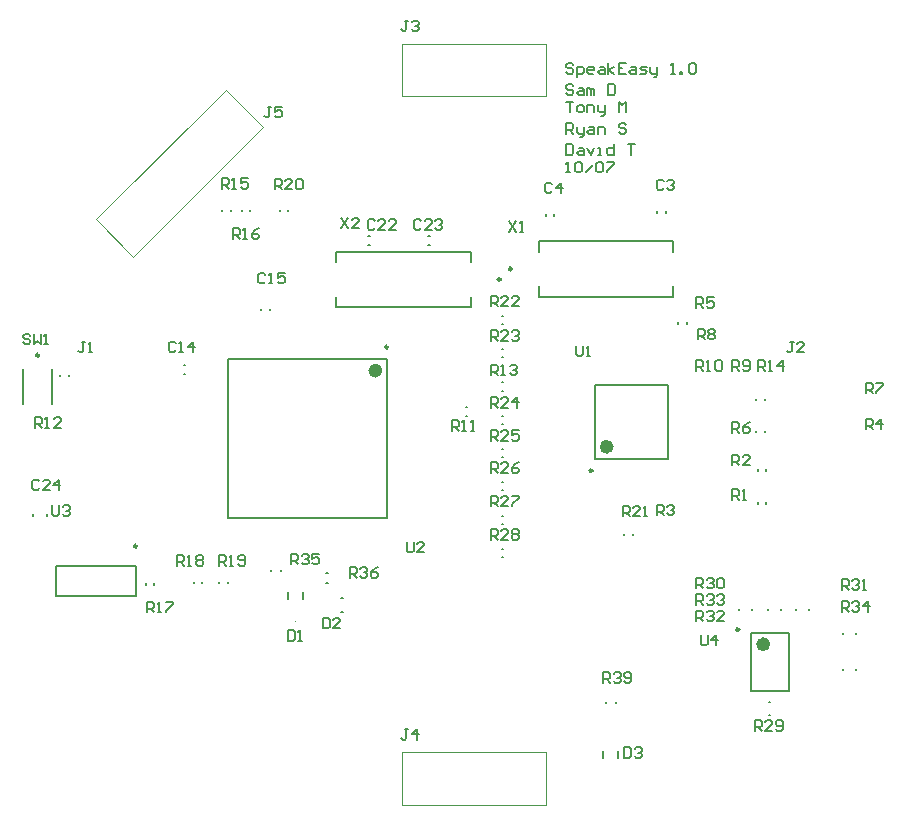
<source format=gbr>
%TF.GenerationSoftware,Altium Limited,Altium Designer,18.1.6 (161)*%
G04 Layer_Color=65535*
%FSLAX26Y26*%
%MOIN*%
%TF.FileFunction,Legend,Top*%
%TF.Part,Single*%
G01*
G75*
%TA.AperFunction,NonConductor*%
%ADD39C,0.007874*%
%ADD41C,0.003000*%
%ADD42C,0.007000*%
%ADD53C,0.003937*%
%ADD54C,0.023622*%
%ADD55C,0.009842*%
D39*
X3123032Y3253780D02*
X3126968D01*
X3123032Y3226220D02*
X3126968D01*
X3243032Y2782165D02*
X3246968D01*
X3243032Y2754606D02*
X3246968D01*
X3243032Y2893110D02*
X3246968D01*
X3243032Y2865551D02*
X3246968D01*
X3243032Y3004055D02*
X3246968D01*
X3243032Y2976496D02*
X3246968D01*
X3243032Y3115000D02*
X3246968D01*
X3243032Y3087441D02*
X3246968D01*
X3243032Y3225945D02*
X3246968D01*
X3243032Y3198385D02*
X3246968D01*
X3243032Y3336890D02*
X3246968D01*
X3243032Y3309330D02*
X3246968D01*
X3243032Y3558779D02*
X3246968D01*
X3243032Y3531220D02*
X3246968D01*
X3243032Y3447834D02*
X3246968D01*
X3243032Y3420275D02*
X3246968D01*
X3860748Y3533032D02*
Y3536968D01*
X3829252Y3533032D02*
Y3536968D01*
X3621850Y2268032D02*
Y2271968D01*
X3590354Y2268032D02*
Y2271968D01*
X3629606Y2083189D02*
Y2106811D01*
X3580394Y2083189D02*
Y2106811D01*
X1726181Y2893031D02*
Y2896968D01*
X1680905Y2893031D02*
Y2896968D01*
X2658032Y2669252D02*
X2661968D01*
X2658032Y2700748D02*
X2661968D01*
X2707992Y2619606D02*
X2712008D01*
X2707992Y2570394D02*
X2712008D01*
X2578898Y2615709D02*
Y2639331D01*
X2529685Y2615709D02*
Y2639331D01*
X2474252Y2706535D02*
Y2710472D01*
X2505748Y2706535D02*
Y2710472D01*
X4133032Y2271654D02*
X4136969D01*
X4133032Y2228347D02*
X4136969D01*
X4378346Y2498032D02*
Y2501969D01*
X4421654Y2498032D02*
Y2501969D01*
X4378346Y2378032D02*
Y2381969D01*
X4421654Y2378032D02*
Y2381969D01*
X4074291Y2308543D02*
X4198701D01*
X4074291Y2501457D02*
X4198701D01*
Y2308543D02*
Y2501457D01*
X4074291Y2308543D02*
Y2501457D01*
X4076654Y2578031D02*
Y2581968D01*
X4033347Y2578031D02*
Y2581968D01*
X4171654Y2578031D02*
Y2581968D01*
X4128346Y2578031D02*
Y2581968D01*
X4266654Y2578031D02*
Y2581968D01*
X4223346Y2578031D02*
Y2581968D01*
X3651378Y2828032D02*
Y2831968D01*
X3678937Y2828032D02*
Y2831968D01*
X3139409Y3587480D02*
Y3622913D01*
X2690591Y3587480D02*
Y3622913D01*
Y3587480D02*
X3139409D01*
X2690591Y3737087D02*
Y3772520D01*
X3139409Y3737087D02*
Y3772520D01*
X2690591D02*
X3139409D01*
X2998032Y3823780D02*
X3001969D01*
X2998032Y3796220D02*
X3001969D01*
X2798031D02*
X2801968D01*
X2798031Y3823780D02*
X2801968D01*
X2083780Y2663032D02*
Y2666968D01*
X2056220Y2663032D02*
Y2666968D01*
X2376220Y3908032D02*
Y3911968D01*
X2403780Y3908032D02*
Y3911968D01*
X2502480Y3908032D02*
Y3911968D01*
X2530039Y3908032D02*
Y3911968D01*
X1758110Y2726181D02*
X2021890D01*
X1758110Y2623819D02*
X2021890D01*
Y2726181D01*
X1758110Y2623819D02*
Y2726181D01*
X2301220Y2668032D02*
Y2671968D01*
X2328780Y2668032D02*
Y2671968D01*
X2216220Y2668032D02*
Y2671968D01*
X2243780Y2668032D02*
Y2671968D01*
X4091220Y3278032D02*
Y3281968D01*
X4118780Y3278032D02*
Y3281968D01*
X4096220Y3043032D02*
Y3046968D01*
X4123780Y3043032D02*
Y3046968D01*
Y2933032D02*
Y2936968D01*
X4096220Y2933032D02*
Y2936968D01*
X4118780Y3170472D02*
Y3174409D01*
X4091220Y3170472D02*
Y3174409D01*
X2338780Y3908032D02*
Y3911968D01*
X2311220Y3908032D02*
Y3911968D01*
X1800748Y3358032D02*
Y3361968D01*
X1769252Y3358032D02*
Y3361968D01*
X2329252Y3415433D02*
X2860748D01*
X2329252Y2883937D02*
X2860748D01*
Y3415433D01*
X2329252Y2883937D02*
Y3415433D01*
X2470748Y3578031D02*
Y3581968D01*
X2439252Y3578031D02*
Y3581968D01*
X2183032Y3395748D02*
X2186969D01*
X2183032Y3364252D02*
X2186969D01*
X1744213Y3264055D02*
Y3382165D01*
X1645787Y3264055D02*
Y3382165D01*
X3796890Y3082953D02*
Y3327047D01*
X3552795Y3082953D02*
Y3327047D01*
X3796890D01*
X3552795Y3082953D02*
X3796890D01*
X3365591Y3772087D02*
Y3807520D01*
X3814409Y3772087D02*
Y3807520D01*
X3365591D02*
X3814409D01*
Y3622480D02*
Y3657913D01*
X3365591Y3622480D02*
Y3657913D01*
Y3622480D02*
X3814409D01*
X3416772Y3893031D02*
Y3896968D01*
X3389213Y3893031D02*
Y3896968D01*
X3788780Y3903031D02*
Y3906968D01*
X3761220Y3903031D02*
Y3906968D01*
D41*
X1890546Y3880043D02*
X2014289Y3756299D01*
X2445624Y4187635D01*
X2321881Y4311378D02*
X2445624Y4187635D01*
X1890546Y3880043D02*
X2321881Y4311378D01*
X2909606Y4290709D02*
Y4465709D01*
Y4290709D02*
X3389606D01*
Y4465709D01*
X2909606D02*
X3389606D01*
X2909606Y1928504D02*
Y2103504D01*
Y1928504D02*
X3389606D01*
Y2103504D01*
X2909606D02*
X3389606D01*
D42*
X3481113Y4395078D02*
X3475282Y4400909D01*
X3463619D01*
X3457787Y4395078D01*
Y4389247D01*
X3463619Y4383415D01*
X3475282D01*
X3481113Y4377584D01*
Y4371752D01*
X3475282Y4365921D01*
X3463619D01*
X3457787Y4371752D01*
X3492776Y4354258D02*
Y4389247D01*
X3510270D01*
X3516102Y4383415D01*
Y4371752D01*
X3510270Y4365921D01*
X3492776D01*
X3545259D02*
X3533596D01*
X3527765Y4371752D01*
Y4383415D01*
X3533596Y4389247D01*
X3545259D01*
X3551091Y4383415D01*
Y4377584D01*
X3527765D01*
X3568585Y4389247D02*
X3580248D01*
X3586079Y4383415D01*
Y4365921D01*
X3568585D01*
X3562753Y4371752D01*
X3568585Y4377584D01*
X3586079D01*
X3597742Y4365921D02*
Y4400909D01*
Y4377584D02*
X3615236Y4389247D01*
X3597742Y4377584D02*
X3615236Y4365921D01*
X3656057Y4400909D02*
X3632731D01*
Y4365921D01*
X3656057D01*
X3632731Y4383415D02*
X3644394D01*
X3673551Y4389247D02*
X3685214D01*
X3691045Y4383415D01*
Y4365921D01*
X3673551D01*
X3667720Y4371752D01*
X3673551Y4377584D01*
X3691045D01*
X3702708Y4365921D02*
X3720203D01*
X3726034Y4371752D01*
X3720203Y4377584D01*
X3708540D01*
X3702708Y4383415D01*
X3708540Y4389247D01*
X3726034D01*
X3737697D02*
Y4371752D01*
X3743528Y4365921D01*
X3761023D01*
Y4360089D01*
X3755191Y4354258D01*
X3749360D01*
X3761023Y4365921D02*
Y4389247D01*
X3807674Y4365921D02*
X3819337D01*
X3813506D01*
Y4400909D01*
X3807674Y4395078D01*
X3836832Y4365921D02*
Y4371752D01*
X3842663D01*
Y4365921D01*
X3836832D01*
X3865989Y4395078D02*
X3871820Y4400909D01*
X3883483D01*
X3889315Y4395078D01*
Y4371752D01*
X3883483Y4365921D01*
X3871820D01*
X3865989Y4371752D01*
Y4395078D01*
X3481113Y4324629D02*
X3475282Y4330460D01*
X3463619D01*
X3457787Y4324629D01*
Y4318797D01*
X3463619Y4312966D01*
X3475282D01*
X3481113Y4307134D01*
Y4301303D01*
X3475282Y4295471D01*
X3463619D01*
X3457787Y4301303D01*
X3498608Y4318797D02*
X3510270D01*
X3516102Y4312966D01*
Y4295471D01*
X3498608D01*
X3492776Y4301303D01*
X3498608Y4307134D01*
X3516102D01*
X3527765Y4295471D02*
Y4318797D01*
X3533596D01*
X3539428Y4312966D01*
Y4295471D01*
Y4312966D01*
X3545259Y4318797D01*
X3551091Y4312966D01*
Y4295471D01*
X3597742Y4330460D02*
Y4295471D01*
X3615236D01*
X3621068Y4301303D01*
Y4324629D01*
X3615236Y4330460D01*
X3597742D01*
X3457787Y4271674D02*
X3481113D01*
X3469450D01*
Y4236685D01*
X3498608D02*
X3510270D01*
X3516102Y4242516D01*
Y4254179D01*
X3510270Y4260011D01*
X3498608D01*
X3492776Y4254179D01*
Y4242516D01*
X3498608Y4236685D01*
X3527765D02*
Y4260011D01*
X3545259D01*
X3551091Y4254179D01*
Y4236685D01*
X3562753Y4260011D02*
Y4242516D01*
X3568585Y4236685D01*
X3586079D01*
Y4230854D01*
X3580248Y4225022D01*
X3574416D01*
X3586079Y4236685D02*
Y4260011D01*
X3632731Y4236685D02*
Y4271674D01*
X3644394Y4260011D01*
X3656057Y4271674D01*
Y4236685D01*
X3457787Y4166236D02*
Y4201224D01*
X3475282D01*
X3481113Y4195393D01*
Y4183730D01*
X3475282Y4177899D01*
X3457787D01*
X3469450D02*
X3481113Y4166236D01*
X3492776Y4189561D02*
Y4172067D01*
X3498608Y4166236D01*
X3516102D01*
Y4160404D01*
X3510270Y4154573D01*
X3504439D01*
X3516102Y4166236D02*
Y4189561D01*
X3533596D02*
X3545259D01*
X3551091Y4183730D01*
Y4166236D01*
X3533596D01*
X3527765Y4172067D01*
X3533596Y4177899D01*
X3551091D01*
X3562753Y4166236D02*
Y4189561D01*
X3580248D01*
X3586079Y4183730D01*
Y4166236D01*
X3656057Y4195393D02*
X3650225Y4201224D01*
X3638562D01*
X3632731Y4195393D01*
Y4189561D01*
X3638562Y4183730D01*
X3650225D01*
X3656057Y4177899D01*
Y4172067D01*
X3650225Y4166236D01*
X3638562D01*
X3632731Y4172067D01*
X3457787Y4130775D02*
Y4095786D01*
X3475282D01*
X3481113Y4101618D01*
Y4124944D01*
X3475282Y4130775D01*
X3457787D01*
X3498608Y4119112D02*
X3510270D01*
X3516102Y4113281D01*
Y4095786D01*
X3498608D01*
X3492776Y4101618D01*
X3498608Y4107449D01*
X3516102D01*
X3527765Y4119112D02*
X3539428Y4095786D01*
X3551091Y4119112D01*
X3562753Y4095786D02*
X3574416D01*
X3568585D01*
Y4119112D01*
X3562753D01*
X3615236Y4130775D02*
Y4095786D01*
X3597742D01*
X3591911Y4101618D01*
Y4113281D01*
X3597742Y4119112D01*
X3615236D01*
X3661888Y4130775D02*
X3685214D01*
X3673551D01*
Y4095786D01*
X3457787Y4037000D02*
X3469450D01*
X3463619D01*
Y4071989D01*
X3457787Y4066157D01*
X3486945D02*
X3492776Y4071989D01*
X3504439D01*
X3510270Y4066157D01*
Y4042831D01*
X3504439Y4037000D01*
X3492776D01*
X3486945Y4042831D01*
Y4066157D01*
X3521933Y4037000D02*
X3545259Y4060326D01*
X3556922Y4066157D02*
X3562753Y4071989D01*
X3574416D01*
X3580248Y4066157D01*
Y4042831D01*
X3574416Y4037000D01*
X3562753D01*
X3556922Y4042831D01*
Y4066157D01*
X3591911Y4071989D02*
X3615236D01*
Y4066157D01*
X3591911Y4042831D01*
Y4037000D01*
X3580000Y2335000D02*
Y2369989D01*
X3597494D01*
X3603326Y2364157D01*
Y2352494D01*
X3597494Y2346663D01*
X3580000D01*
X3591663D02*
X3603326Y2335000D01*
X3614989Y2364157D02*
X3620820Y2369989D01*
X3632483D01*
X3638314Y2364157D01*
Y2358326D01*
X3632483Y2352494D01*
X3626652D01*
X3632483D01*
X3638314Y2346663D01*
Y2340831D01*
X3632483Y2335000D01*
X3620820D01*
X3614989Y2340831D01*
X3649977D02*
X3655809Y2335000D01*
X3667472D01*
X3673303Y2340831D01*
Y2364157D01*
X3667472Y2369989D01*
X3655809D01*
X3649977Y2364157D01*
Y2358326D01*
X3655809Y2352494D01*
X3673303D01*
X3650000Y2119989D02*
Y2085000D01*
X3667494D01*
X3673326Y2090831D01*
Y2114157D01*
X3667494Y2119989D01*
X3650000D01*
X3684989Y2114157D02*
X3690820Y2119989D01*
X3702483D01*
X3708314Y2114157D01*
Y2108326D01*
X3702483Y2102494D01*
X3696652D01*
X3702483D01*
X3708314Y2096663D01*
Y2090831D01*
X3702483Y2085000D01*
X3690820D01*
X3684989Y2090831D01*
X1701326Y3007157D02*
X1695494Y3012989D01*
X1683831D01*
X1678000Y3007157D01*
Y2983831D01*
X1683831Y2978000D01*
X1695494D01*
X1701326Y2983831D01*
X1736314Y2978000D02*
X1712989D01*
X1736314Y3001326D01*
Y3007157D01*
X1730483Y3012989D01*
X1718820D01*
X1712989Y3007157D01*
X1765472Y2978000D02*
Y3012989D01*
X1747977Y2995494D01*
X1771303D01*
X2735000Y2686417D02*
Y2721406D01*
X2752494D01*
X2758326Y2715575D01*
Y2703912D01*
X2752494Y2698080D01*
X2735000D01*
X2746663D02*
X2758326Y2686417D01*
X2769989Y2715575D02*
X2775820Y2721406D01*
X2787483D01*
X2793314Y2715575D01*
Y2709743D01*
X2787483Y2703912D01*
X2781652D01*
X2787483D01*
X2793314Y2698080D01*
Y2692249D01*
X2787483Y2686417D01*
X2775820D01*
X2769989Y2692249D01*
X2828303Y2721406D02*
X2816640Y2715575D01*
X2804977Y2703912D01*
Y2692249D01*
X2810809Y2686417D01*
X2822472D01*
X2828303Y2692249D01*
Y2698080D01*
X2822472Y2703912D01*
X2804977D01*
X2540000Y2730000D02*
Y2764989D01*
X2557494D01*
X2563326Y2759157D01*
Y2747494D01*
X2557494Y2741663D01*
X2540000D01*
X2551663D02*
X2563326Y2730000D01*
X2574989Y2759157D02*
X2580820Y2764989D01*
X2592483D01*
X2598314Y2759157D01*
Y2753326D01*
X2592483Y2747494D01*
X2586652D01*
X2592483D01*
X2598314Y2741663D01*
Y2735831D01*
X2592483Y2730000D01*
X2580820D01*
X2574989Y2735831D01*
X2633303Y2764989D02*
X2609977D01*
Y2747494D01*
X2621640Y2753326D01*
X2627472D01*
X2633303Y2747494D01*
Y2735831D01*
X2627472Y2730000D01*
X2615809D01*
X2609977Y2735831D01*
X2645000Y2551878D02*
Y2516890D01*
X2662494D01*
X2668326Y2522721D01*
Y2546047D01*
X2662494Y2551878D01*
X2645000D01*
X2703314Y2516890D02*
X2679989D01*
X2703314Y2540216D01*
Y2546047D01*
X2697483Y2551878D01*
X2685820D01*
X2679989Y2546047D01*
X2529685Y2509989D02*
Y2475000D01*
X2547179D01*
X2553011Y2480831D01*
Y2504157D01*
X2547179Y2509989D01*
X2529685D01*
X2564674Y2475000D02*
X2576337D01*
X2570505D01*
Y2509989D01*
X2564674Y2504157D01*
X2473326Y4254989D02*
X2461663D01*
X2467494D01*
Y4225831D01*
X2461663Y4220000D01*
X2455831D01*
X2450000Y4225831D01*
X2508314Y4254989D02*
X2484989D01*
Y4237494D01*
X2496652Y4243326D01*
X2502483D01*
X2508314Y4237494D01*
Y4225831D01*
X2502483Y4220000D01*
X2490820D01*
X2484989Y4225831D01*
X3905000Y2494989D02*
Y2465831D01*
X3910831Y2460000D01*
X3922494D01*
X3928326Y2465831D01*
Y2494989D01*
X3957483Y2460000D02*
Y2494989D01*
X3939989Y2477494D01*
X3963314D01*
X4375000Y2573000D02*
Y2607988D01*
X4392494D01*
X4398326Y2602157D01*
Y2590494D01*
X4392494Y2584663D01*
X4375000D01*
X4386663D02*
X4398326Y2573000D01*
X4409989Y2602157D02*
X4415820Y2607988D01*
X4427483D01*
X4433315Y2602157D01*
Y2596326D01*
X4427483Y2590494D01*
X4421652D01*
X4427483D01*
X4433315Y2584663D01*
Y2578831D01*
X4427483Y2573000D01*
X4415820D01*
X4409989Y2578831D01*
X4462472Y2573000D02*
Y2607988D01*
X4444977Y2590494D01*
X4468303D01*
X3890000Y2595445D02*
Y2630434D01*
X3907494D01*
X3913326Y2624602D01*
Y2612939D01*
X3907494Y2607108D01*
X3890000D01*
X3901663D02*
X3913326Y2595445D01*
X3924989Y2624602D02*
X3930820Y2630434D01*
X3942483D01*
X3948314Y2624602D01*
Y2618771D01*
X3942483Y2612939D01*
X3936652D01*
X3942483D01*
X3948314Y2607108D01*
Y2601276D01*
X3942483Y2595445D01*
X3930820D01*
X3924989Y2601276D01*
X3959977Y2624602D02*
X3965809Y2630434D01*
X3977472D01*
X3983303Y2624602D01*
Y2618771D01*
X3977472Y2612939D01*
X3971640D01*
X3977472D01*
X3983303Y2607108D01*
Y2601276D01*
X3977472Y2595445D01*
X3965809D01*
X3959977Y2601276D01*
X3890000Y2540890D02*
Y2575878D01*
X3907494D01*
X3913326Y2570047D01*
Y2558384D01*
X3907494Y2552553D01*
X3890000D01*
X3901663D02*
X3913326Y2540890D01*
X3924989Y2570047D02*
X3930820Y2575878D01*
X3942483D01*
X3948314Y2570047D01*
Y2564216D01*
X3942483Y2558384D01*
X3936652D01*
X3942483D01*
X3948314Y2552553D01*
Y2546721D01*
X3942483Y2540890D01*
X3930820D01*
X3924989Y2546721D01*
X3983303Y2540890D02*
X3959977D01*
X3983303Y2564216D01*
Y2570047D01*
X3977472Y2575878D01*
X3965809D01*
X3959977Y2570047D01*
X4375000Y2645000D02*
Y2679989D01*
X4392494D01*
X4398326Y2674157D01*
Y2662494D01*
X4392494Y2656663D01*
X4375000D01*
X4386663D02*
X4398326Y2645000D01*
X4409989Y2674157D02*
X4415820Y2679989D01*
X4427483D01*
X4433315Y2674157D01*
Y2668326D01*
X4427483Y2662494D01*
X4421652D01*
X4427483D01*
X4433315Y2656663D01*
Y2650831D01*
X4427483Y2645000D01*
X4415820D01*
X4409989Y2650831D01*
X4444977Y2645000D02*
X4456640D01*
X4450809D01*
Y2679989D01*
X4444977Y2674157D01*
X3890000Y2650000D02*
Y2684989D01*
X3907494D01*
X3913326Y2679157D01*
Y2667494D01*
X3907494Y2661663D01*
X3890000D01*
X3901663D02*
X3913326Y2650000D01*
X3924989Y2679157D02*
X3930820Y2684989D01*
X3942483D01*
X3948314Y2679157D01*
Y2673326D01*
X3942483Y2667494D01*
X3936652D01*
X3942483D01*
X3948314Y2661663D01*
Y2655831D01*
X3942483Y2650000D01*
X3930820D01*
X3924989Y2655831D01*
X3959977Y2679157D02*
X3965809Y2684989D01*
X3977472D01*
X3983303Y2679157D01*
Y2655831D01*
X3977472Y2650000D01*
X3965809D01*
X3959977Y2655831D01*
Y2679157D01*
X4085000Y2175000D02*
Y2209989D01*
X4102494D01*
X4108326Y2204157D01*
Y2192494D01*
X4102494Y2186663D01*
X4085000D01*
X4096663D02*
X4108326Y2175000D01*
X4143315D02*
X4119989D01*
X4143315Y2198326D01*
Y2204157D01*
X4137483Y2209989D01*
X4125820D01*
X4119989Y2204157D01*
X4154977Y2180831D02*
X4160809Y2175000D01*
X4172472D01*
X4178303Y2180831D01*
Y2204157D01*
X4172472Y2209989D01*
X4160809D01*
X4154977Y2204157D01*
Y2198326D01*
X4160809Y2192494D01*
X4178303D01*
X2708110Y3884989D02*
X2731436Y3850000D01*
Y3884989D02*
X2708110Y3850000D01*
X2766425D02*
X2743099D01*
X2766425Y3873326D01*
Y3879157D01*
X2760593Y3884989D01*
X2748930D01*
X2743099Y3879157D01*
X2973326Y3874157D02*
X2967494Y3879989D01*
X2955831D01*
X2950000Y3874157D01*
Y3850831D01*
X2955831Y3845000D01*
X2967494D01*
X2973326Y3850831D01*
X3008314Y3845000D02*
X2984989D01*
X3008314Y3868326D01*
Y3874157D01*
X3002483Y3879989D01*
X2990820D01*
X2984989Y3874157D01*
X3019977D02*
X3025809Y3879989D01*
X3037472D01*
X3043303Y3874157D01*
Y3868326D01*
X3037472Y3862494D01*
X3031640D01*
X3037472D01*
X3043303Y3856663D01*
Y3850831D01*
X3037472Y3845000D01*
X3025809D01*
X3019977Y3850831D01*
X2818326Y3874157D02*
X2812494Y3879989D01*
X2800831D01*
X2795000Y3874157D01*
Y3850831D01*
X2800831Y3845000D01*
X2812494D01*
X2818326Y3850831D01*
X2853314Y3845000D02*
X2829989D01*
X2853314Y3868326D01*
Y3874157D01*
X2847483Y3879989D01*
X2835820D01*
X2829989Y3874157D01*
X2888303Y3845000D02*
X2864977D01*
X2888303Y3868326D01*
Y3874157D01*
X2882472Y3879989D01*
X2870809D01*
X2864977Y3874157D01*
X1744000Y2926989D02*
Y2897831D01*
X1749831Y2892000D01*
X1761494D01*
X1767326Y2897831D01*
Y2926989D01*
X1778989Y2921157D02*
X1784820Y2926989D01*
X1796483D01*
X1802314Y2921157D01*
Y2915326D01*
X1796483Y2909494D01*
X1790652D01*
X1796483D01*
X1802314Y2903663D01*
Y2897831D01*
X1796483Y2892000D01*
X1784820D01*
X1778989Y2897831D01*
X3205000Y2813000D02*
Y2847989D01*
X3222494D01*
X3228326Y2842157D01*
Y2830494D01*
X3222494Y2824663D01*
X3205000D01*
X3216663D02*
X3228326Y2813000D01*
X3263314D02*
X3239989D01*
X3263314Y2836326D01*
Y2842157D01*
X3257483Y2847989D01*
X3245820D01*
X3239989Y2842157D01*
X3274977D02*
X3280809Y2847989D01*
X3292472D01*
X3298303Y2842157D01*
Y2836326D01*
X3292472Y2830494D01*
X3298303Y2824663D01*
Y2818831D01*
X3292472Y2813000D01*
X3280809D01*
X3274977Y2818831D01*
Y2824663D01*
X3280809Y2830494D01*
X3274977Y2836326D01*
Y2842157D01*
X3280809Y2830494D02*
X3292472D01*
X3205000Y2924000D02*
Y2958989D01*
X3222494D01*
X3228326Y2953157D01*
Y2941494D01*
X3222494Y2935663D01*
X3205000D01*
X3216663D02*
X3228326Y2924000D01*
X3263314D02*
X3239989D01*
X3263314Y2947326D01*
Y2953157D01*
X3257483Y2958989D01*
X3245820D01*
X3239989Y2953157D01*
X3274977Y2958989D02*
X3298303D01*
Y2953157D01*
X3274977Y2929831D01*
Y2924000D01*
X3205000Y3035000D02*
Y3069989D01*
X3222494D01*
X3228326Y3064157D01*
Y3052494D01*
X3222494Y3046663D01*
X3205000D01*
X3216663D02*
X3228326Y3035000D01*
X3263314D02*
X3239989D01*
X3263314Y3058326D01*
Y3064157D01*
X3257483Y3069989D01*
X3245820D01*
X3239989Y3064157D01*
X3298303Y3069989D02*
X3286640Y3064157D01*
X3274977Y3052494D01*
Y3040831D01*
X3280809Y3035000D01*
X3292472D01*
X3298303Y3040831D01*
Y3046663D01*
X3292472Y3052494D01*
X3274977D01*
X3205000Y3142804D02*
Y3177792D01*
X3222494D01*
X3228326Y3171961D01*
Y3160298D01*
X3222494Y3154466D01*
X3205000D01*
X3216663D02*
X3228326Y3142804D01*
X3263314D02*
X3239989D01*
X3263314Y3166129D01*
Y3171961D01*
X3257483Y3177792D01*
X3245820D01*
X3239989Y3171961D01*
X3298303Y3177792D02*
X3274977D01*
Y3160298D01*
X3286640Y3166129D01*
X3292472D01*
X3298303Y3160298D01*
Y3148635D01*
X3292472Y3142804D01*
X3280809D01*
X3274977Y3148635D01*
X3205000Y3252441D02*
Y3287430D01*
X3222494D01*
X3228326Y3281598D01*
Y3269935D01*
X3222494Y3264104D01*
X3205000D01*
X3216663D02*
X3228326Y3252441D01*
X3263314D02*
X3239989D01*
X3263314Y3275767D01*
Y3281598D01*
X3257483Y3287430D01*
X3245820D01*
X3239989Y3281598D01*
X3292472Y3252441D02*
Y3287430D01*
X3274977Y3269935D01*
X3298303D01*
X3205000Y3475000D02*
Y3509989D01*
X3222494D01*
X3228326Y3504157D01*
Y3492494D01*
X3222494Y3486663D01*
X3205000D01*
X3216663D02*
X3228326Y3475000D01*
X3263314D02*
X3239989D01*
X3263314Y3498326D01*
Y3504157D01*
X3257483Y3509989D01*
X3245820D01*
X3239989Y3504157D01*
X3274977D02*
X3280809Y3509989D01*
X3292472D01*
X3298303Y3504157D01*
Y3498326D01*
X3292472Y3492494D01*
X3286640D01*
X3292472D01*
X3298303Y3486663D01*
Y3480831D01*
X3292472Y3475000D01*
X3280809D01*
X3274977Y3480831D01*
X3205000Y3590000D02*
Y3624989D01*
X3222494D01*
X3228326Y3619157D01*
Y3607494D01*
X3222494Y3601663D01*
X3205000D01*
X3216663D02*
X3228326Y3590000D01*
X3263314D02*
X3239989D01*
X3263314Y3613326D01*
Y3619157D01*
X3257483Y3624989D01*
X3245820D01*
X3239989Y3619157D01*
X3298303Y3590000D02*
X3274977D01*
X3298303Y3613326D01*
Y3619157D01*
X3292472Y3624989D01*
X3280809D01*
X3274977Y3619157D01*
X3645315Y2890000D02*
Y2924989D01*
X3662809D01*
X3668641Y2919157D01*
Y2907494D01*
X3662809Y2901663D01*
X3645315D01*
X3656978D02*
X3668641Y2890000D01*
X3703629D02*
X3680304D01*
X3703629Y2913326D01*
Y2919157D01*
X3697798Y2924989D01*
X3686135D01*
X3680304Y2919157D01*
X3715292Y2890000D02*
X3726955D01*
X3721124D01*
Y2924989D01*
X3715292Y2919157D01*
X2485000Y3980000D02*
Y4014989D01*
X2502494D01*
X2508326Y4009157D01*
Y3997494D01*
X2502494Y3991663D01*
X2485000D01*
X2496663D02*
X2508326Y3980000D01*
X2543314D02*
X2519989D01*
X2543314Y4003326D01*
Y4009157D01*
X2537483Y4014989D01*
X2525820D01*
X2519989Y4009157D01*
X2554977D02*
X2560809Y4014989D01*
X2572472D01*
X2578303Y4009157D01*
Y3985831D01*
X2572472Y3980000D01*
X2560809D01*
X2554977Y3985831D01*
Y4009157D01*
X2300000Y2726181D02*
Y2761170D01*
X2317494D01*
X2323326Y2755338D01*
Y2743675D01*
X2317494Y2737844D01*
X2300000D01*
X2311663D02*
X2323326Y2726181D01*
X2334989D02*
X2346652D01*
X2340820D01*
Y2761170D01*
X2334989Y2755338D01*
X2364146Y2732012D02*
X2369977Y2726181D01*
X2381640D01*
X2387472Y2732012D01*
Y2755338D01*
X2381640Y2761170D01*
X2369977D01*
X2364146Y2755338D01*
Y2749507D01*
X2369977Y2743675D01*
X2387472D01*
X2160000Y2726181D02*
Y2761170D01*
X2177494D01*
X2183326Y2755338D01*
Y2743675D01*
X2177494Y2737844D01*
X2160000D01*
X2171663D02*
X2183326Y2726181D01*
X2194989D02*
X2206652D01*
X2200820D01*
Y2761170D01*
X2194989Y2755338D01*
X2224146D02*
X2229977Y2761170D01*
X2241640D01*
X2247472Y2755338D01*
Y2749507D01*
X2241640Y2743675D01*
X2247472Y2737844D01*
Y2732012D01*
X2241640Y2726181D01*
X2229977D01*
X2224146Y2732012D01*
Y2737844D01*
X2229977Y2743675D01*
X2224146Y2749507D01*
Y2755338D01*
X2229977Y2743675D02*
X2241640D01*
X2060000Y2570000D02*
Y2604989D01*
X2077494D01*
X2083326Y2599157D01*
Y2587494D01*
X2077494Y2581663D01*
X2060000D01*
X2071663D02*
X2083326Y2570000D01*
X2094989D02*
X2106652D01*
X2100820D01*
Y2604989D01*
X2094989Y2599157D01*
X2124146Y2604989D02*
X2147472D01*
Y2599157D01*
X2124146Y2575831D01*
Y2570000D01*
X2345000Y3815000D02*
Y3849989D01*
X2362494D01*
X2368326Y3844157D01*
Y3832494D01*
X2362494Y3826663D01*
X2345000D01*
X2356663D02*
X2368326Y3815000D01*
X2379989D02*
X2391652D01*
X2385820D01*
Y3849989D01*
X2379989Y3844157D01*
X2432472Y3849989D02*
X2420809Y3844157D01*
X2409146Y3832494D01*
Y3820831D01*
X2414977Y3815000D01*
X2426640D01*
X2432472Y3820831D01*
Y3826663D01*
X2426640Y3832494D01*
X2409146D01*
X2309000Y3983000D02*
Y4017989D01*
X2326494D01*
X2332326Y4012157D01*
Y4000494D01*
X2326494Y3994663D01*
X2309000D01*
X2320663D02*
X2332326Y3983000D01*
X2343989D02*
X2355652D01*
X2349820D01*
Y4017989D01*
X2343989Y4012157D01*
X2396472Y4017989D02*
X2373146D01*
Y4000494D01*
X2384809Y4006326D01*
X2390640D01*
X2396472Y4000494D01*
Y3988831D01*
X2390640Y3983000D01*
X2378977D01*
X2373146Y3988831D01*
X4097374Y3375000D02*
Y3409989D01*
X4114869D01*
X4120700Y3404157D01*
Y3392494D01*
X4114869Y3386663D01*
X4097374D01*
X4109037D02*
X4120700Y3375000D01*
X4132363D02*
X4144026D01*
X4138195D01*
Y3409989D01*
X4132363Y3404157D01*
X4179015Y3375000D02*
Y3409989D01*
X4161520Y3392494D01*
X4184846D01*
X3205000Y3361220D02*
Y3396209D01*
X3222494D01*
X3228326Y3390378D01*
Y3378715D01*
X3222494Y3372883D01*
X3205000D01*
X3216663D02*
X3228326Y3361220D01*
X3239989D02*
X3251652D01*
X3245820D01*
Y3396209D01*
X3239989Y3390378D01*
X3269146D02*
X3274977Y3396209D01*
X3286640D01*
X3292472Y3390378D01*
Y3384546D01*
X3286640Y3378715D01*
X3280809D01*
X3286640D01*
X3292472Y3372883D01*
Y3367052D01*
X3286640Y3361220D01*
X3274977D01*
X3269146Y3367052D01*
X3268000Y3873989D02*
X3291326Y3839000D01*
Y3873989D02*
X3268000Y3839000D01*
X3302989D02*
X3314652D01*
X3308820D01*
Y3873989D01*
X3302989Y3868157D01*
X2925000Y2804989D02*
Y2775831D01*
X2930831Y2770000D01*
X2942494D01*
X2948326Y2775831D01*
Y2804989D01*
X2983314Y2770000D02*
X2959989D01*
X2983314Y2793326D01*
Y2799157D01*
X2977483Y2804989D01*
X2965820D01*
X2959989Y2799157D01*
X3490000Y3458989D02*
Y3429831D01*
X3495831Y3424000D01*
X3507494D01*
X3513326Y3429831D01*
Y3458989D01*
X3524989Y3424000D02*
X3536652D01*
X3530820D01*
Y3458989D01*
X3524989Y3453157D01*
X1671326Y3493157D02*
X1665494Y3498989D01*
X1653831D01*
X1648000Y3493157D01*
Y3487326D01*
X1653831Y3481494D01*
X1665494D01*
X1671326Y3475663D01*
Y3469831D01*
X1665494Y3464000D01*
X1653831D01*
X1648000Y3469831D01*
X1682989Y3498989D02*
Y3464000D01*
X1694652Y3475663D01*
X1706314Y3464000D01*
Y3498989D01*
X1717977Y3464000D02*
X1729640D01*
X1723809D01*
Y3498989D01*
X1717977Y3493157D01*
X1685000Y3185000D02*
Y3219989D01*
X1702494D01*
X1708326Y3214157D01*
Y3202494D01*
X1702494Y3196663D01*
X1685000D01*
X1696663D02*
X1708326Y3185000D01*
X1719989D02*
X1731652D01*
X1725820D01*
Y3219989D01*
X1719989Y3214157D01*
X1772472Y3185000D02*
X1749146D01*
X1772472Y3208326D01*
Y3214157D01*
X1766640Y3219989D01*
X1754977D01*
X1749146Y3214157D01*
X3075000Y3175000D02*
Y3209989D01*
X3092494D01*
X3098326Y3204157D01*
Y3192494D01*
X3092494Y3186663D01*
X3075000D01*
X3086663D02*
X3098326Y3175000D01*
X3109989D02*
X3121652D01*
X3115820D01*
Y3209989D01*
X3109989Y3204157D01*
X3139146Y3175000D02*
X3150809D01*
X3144977D01*
Y3209989D01*
X3139146Y3204157D01*
X3890000Y3375000D02*
Y3409989D01*
X3907494D01*
X3913326Y3404157D01*
Y3392494D01*
X3907494Y3386663D01*
X3890000D01*
X3901663D02*
X3913326Y3375000D01*
X3924989D02*
X3936652D01*
X3930820D01*
Y3409989D01*
X3924989Y3404157D01*
X3954146D02*
X3959977Y3409989D01*
X3971640D01*
X3977472Y3404157D01*
Y3380831D01*
X3971640Y3375000D01*
X3959977D01*
X3954146Y3380831D01*
Y3404157D01*
X4010000Y3375000D02*
Y3409989D01*
X4027494D01*
X4033326Y3404157D01*
Y3392494D01*
X4027494Y3386663D01*
X4010000D01*
X4021663D02*
X4033326Y3375000D01*
X4044989Y3380831D02*
X4050820Y3375000D01*
X4062483D01*
X4068314Y3380831D01*
Y3404157D01*
X4062483Y3409989D01*
X4050820D01*
X4044989Y3404157D01*
Y3398326D01*
X4050820Y3392494D01*
X4068314D01*
X3895000Y3480000D02*
Y3514989D01*
X3912494D01*
X3918326Y3509157D01*
Y3497494D01*
X3912494Y3491663D01*
X3895000D01*
X3906663D02*
X3918326Y3480000D01*
X3929989Y3509157D02*
X3935820Y3514989D01*
X3947483D01*
X3953314Y3509157D01*
Y3503326D01*
X3947483Y3497494D01*
X3953314Y3491663D01*
Y3485831D01*
X3947483Y3480000D01*
X3935820D01*
X3929989Y3485831D01*
Y3491663D01*
X3935820Y3497494D01*
X3929989Y3503326D01*
Y3509157D01*
X3935820Y3497494D02*
X3947483D01*
X4455000Y3300000D02*
Y3334989D01*
X4472494D01*
X4478326Y3329157D01*
Y3317494D01*
X4472494Y3311663D01*
X4455000D01*
X4466663D02*
X4478326Y3300000D01*
X4489989Y3334989D02*
X4513315D01*
Y3329157D01*
X4489989Y3305831D01*
Y3300000D01*
X4010000Y3169291D02*
Y3204280D01*
X4027494D01*
X4033326Y3198448D01*
Y3186785D01*
X4027494Y3180954D01*
X4010000D01*
X4021663D02*
X4033326Y3169291D01*
X4068314Y3204280D02*
X4056652Y3198448D01*
X4044989Y3186785D01*
Y3175122D01*
X4050820Y3169291D01*
X4062483D01*
X4068314Y3175122D01*
Y3180954D01*
X4062483Y3186785D01*
X4044989D01*
X3890000Y3585000D02*
Y3619989D01*
X3907494D01*
X3913326Y3614157D01*
Y3602494D01*
X3907494Y3596663D01*
X3890000D01*
X3901663D02*
X3913326Y3585000D01*
X3948314Y3619989D02*
X3924989D01*
Y3602494D01*
X3936652Y3608326D01*
X3942483D01*
X3948314Y3602494D01*
Y3590831D01*
X3942483Y3585000D01*
X3930820D01*
X3924989Y3590831D01*
X4455000Y3180000D02*
Y3214989D01*
X4472494D01*
X4478326Y3209157D01*
Y3197494D01*
X4472494Y3191663D01*
X4455000D01*
X4466663D02*
X4478326Y3180000D01*
X4507483D02*
Y3214989D01*
X4489989Y3197494D01*
X4513315D01*
X3759000Y2894000D02*
Y2928989D01*
X3776494D01*
X3782326Y2923157D01*
Y2911494D01*
X3776494Y2905663D01*
X3759000D01*
X3770663D02*
X3782326Y2894000D01*
X3793989Y2923157D02*
X3799820Y2928989D01*
X3811483D01*
X3817314Y2923157D01*
Y2917326D01*
X3811483Y2911494D01*
X3805652D01*
X3811483D01*
X3817314Y2905663D01*
Y2899831D01*
X3811483Y2894000D01*
X3799820D01*
X3793989Y2899831D01*
X4010000Y3060000D02*
Y3094989D01*
X4027494D01*
X4033326Y3089157D01*
Y3077494D01*
X4027494Y3071663D01*
X4010000D01*
X4021663D02*
X4033326Y3060000D01*
X4068314D02*
X4044989D01*
X4068314Y3083326D01*
Y3089157D01*
X4062483Y3094989D01*
X4050820D01*
X4044989Y3089157D01*
X4010000Y2945000D02*
Y2979989D01*
X4027494D01*
X4033326Y2974157D01*
Y2962494D01*
X4027494Y2956663D01*
X4010000D01*
X4021663D02*
X4033326Y2945000D01*
X4044989D02*
X4056652D01*
X4050820D01*
Y2979989D01*
X4044989Y2974157D01*
X2930326Y2180989D02*
X2918663D01*
X2924494D01*
Y2151831D01*
X2918663Y2146000D01*
X2912831D01*
X2907000Y2151831D01*
X2959483Y2146000D02*
Y2180989D01*
X2941989Y2163494D01*
X2965314D01*
X2930326Y4542989D02*
X2918663D01*
X2924494D01*
Y4513831D01*
X2918663Y4508000D01*
X2912831D01*
X2907000Y4513831D01*
X2941989Y4537157D02*
X2947820Y4542989D01*
X2959483D01*
X2965314Y4537157D01*
Y4531326D01*
X2959483Y4525494D01*
X2953652D01*
X2959483D01*
X2965314Y4519663D01*
Y4513831D01*
X2959483Y4508000D01*
X2947820D01*
X2941989Y4513831D01*
X4215326Y3471989D02*
X4203663D01*
X4209494D01*
Y3442831D01*
X4203663Y3437000D01*
X4197831D01*
X4192000Y3442831D01*
X4250315Y3437000D02*
X4226989D01*
X4250315Y3460326D01*
Y3466157D01*
X4244483Y3471989D01*
X4232820D01*
X4226989Y3466157D01*
X1853326Y3471989D02*
X1841663D01*
X1847494D01*
Y3442831D01*
X1841663Y3437000D01*
X1835831D01*
X1830000Y3442831D01*
X1864989Y3437000D02*
X1876652D01*
X1870820D01*
Y3471989D01*
X1864989Y3466157D01*
X2454326Y3696157D02*
X2448494Y3701989D01*
X2436831D01*
X2431000Y3696157D01*
Y3672831D01*
X2436831Y3667000D01*
X2448494D01*
X2454326Y3672831D01*
X2465989Y3667000D02*
X2477652D01*
X2471820D01*
Y3701989D01*
X2465989Y3696157D01*
X2518472Y3701989D02*
X2495146D01*
Y3684494D01*
X2506809Y3690326D01*
X2512640D01*
X2518472Y3684494D01*
Y3672831D01*
X2512640Y3667000D01*
X2500977D01*
X2495146Y3672831D01*
X2155326Y3467157D02*
X2149494Y3472989D01*
X2137831D01*
X2132000Y3467157D01*
Y3443831D01*
X2137831Y3438000D01*
X2149494D01*
X2155326Y3443831D01*
X2166989Y3438000D02*
X2178652D01*
X2172820D01*
Y3472989D01*
X2166989Y3467157D01*
X2213640Y3438000D02*
Y3472989D01*
X2196146Y3455494D01*
X2219472D01*
X3410326Y3997157D02*
X3404494Y4002989D01*
X3392831D01*
X3387000Y3997157D01*
Y3973831D01*
X3392831Y3968000D01*
X3404494D01*
X3410326Y3973831D01*
X3439483Y3968000D02*
Y4002989D01*
X3421989Y3985494D01*
X3445314D01*
X3782326Y4007157D02*
X3776494Y4012989D01*
X3764831D01*
X3759000Y4007157D01*
Y3983831D01*
X3764831Y3978000D01*
X3776494D01*
X3782326Y3983831D01*
X3793989Y4007157D02*
X3799820Y4012989D01*
X3811483D01*
X3817314Y4007157D01*
Y4001326D01*
X3811483Y3995494D01*
X3805652D01*
X3811483D01*
X3817314Y3989663D01*
Y3983831D01*
X3811483Y3978000D01*
X3799820D01*
X3793989Y3983831D01*
D53*
X3606968Y2008386D02*
G03*
X3606968Y2008386I-1968J0D01*
G01*
X2792677Y2595000D02*
G03*
X2792677Y2595000I-1968J0D01*
G01*
X2556260Y2540905D02*
G03*
X2556260Y2540905I-1968J0D01*
G01*
D54*
X4125669Y2464055D02*
G03*
X4125669Y2464055I-11811J0D01*
G01*
X2833189Y3376063D02*
G03*
X2833189Y3376063I-11811J0D01*
G01*
X3603976Y3122323D02*
G03*
X3603976Y3122323I-11811J0D01*
G01*
D55*
X4033543Y2513465D02*
G03*
X4033543Y2513465I-4921J0D01*
G01*
X3238819Y3680000D02*
G03*
X3238819Y3680000I-4921J0D01*
G01*
X2026811Y2791142D02*
G03*
X2026811Y2791142I-4921J0D01*
G01*
X2863701Y3454803D02*
G03*
X2863701Y3454803I-4921J0D01*
G01*
X1699921Y3427441D02*
G03*
X1699921Y3427441I-4921J0D01*
G01*
X3544921Y3042598D02*
G03*
X3544921Y3042598I-4921J0D01*
G01*
X3276024Y3715000D02*
G03*
X3276024Y3715000I-4921J0D01*
G01*
%TF.MD5,698c3636737a08a2b64e31760cdcc45a*%
M02*

</source>
